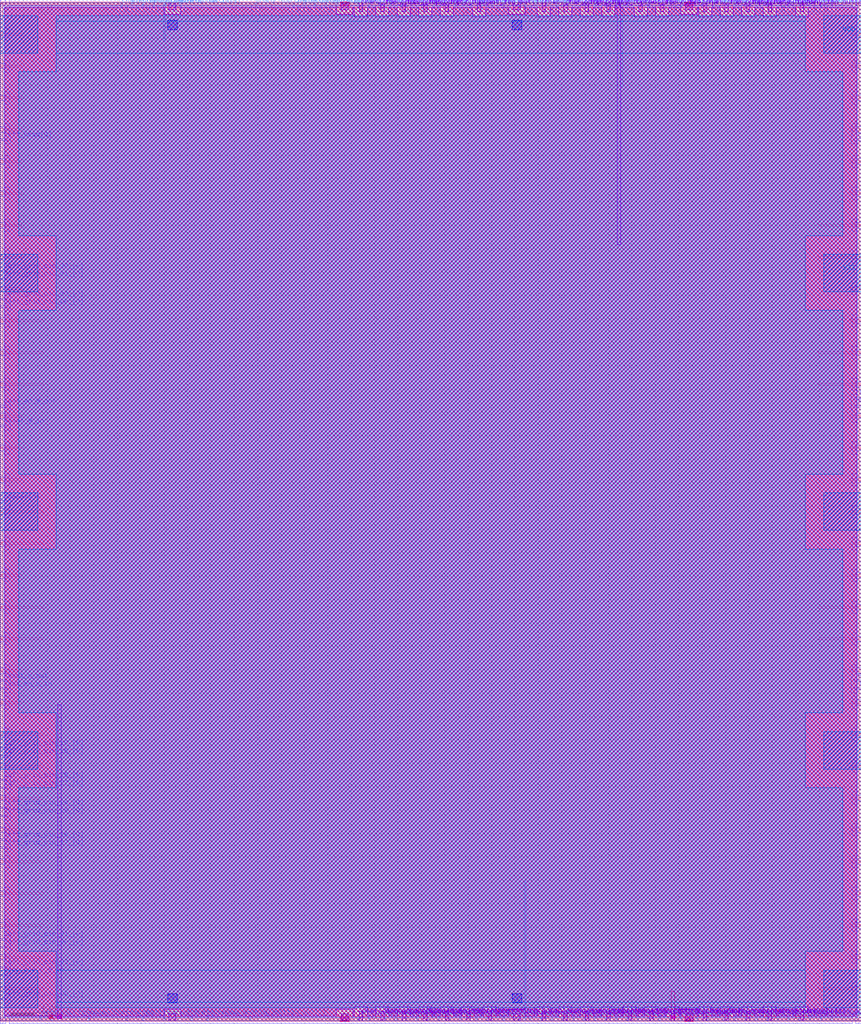
<source format=lef>
VERSION 5.7 ;
BUSBITCHARS "[]" ;

UNITS
  DATABASE MICRONS 1000 ;
END UNITS

MANUFACTURINGGRID 0.005 ;

LAYER li1
  TYPE ROUTING ;
  DIRECTION VERTICAL ;
  PITCH 0.46 ;
  WIDTH 0.17 ;
END li1

LAYER mcon
  TYPE CUT ;
END mcon

LAYER met1
  TYPE ROUTING ;
  DIRECTION HORIZONTAL ;
  PITCH 0.34 ;
  WIDTH 0.14 ;
END met1

LAYER via
  TYPE CUT ;
END via

LAYER met2
  TYPE ROUTING ;
  DIRECTION VERTICAL ;
  PITCH 0.46 ;
  WIDTH 0.14 ;
END met2

LAYER via2
  TYPE CUT ;
END via2

LAYER met3
  TYPE ROUTING ;
  DIRECTION HORIZONTAL ;
  PITCH 0.68 ;
  WIDTH 0.3 ;
END met3

LAYER via3
  TYPE CUT ;
END via3

LAYER met4
  TYPE ROUTING ;
  DIRECTION VERTICAL ;
  PITCH 0.92 ;
  WIDTH 0.3 ;
END met4

LAYER via4
  TYPE CUT ;
END via4

LAYER met5
  TYPE ROUTING ;
  DIRECTION HORIZONTAL ;
  PITCH 3.4 ;
  WIDTH 1.6 ;
END met5

LAYER nwell
  TYPE MASTERSLICE ;
END nwell

LAYER pwell
  TYPE MASTERSLICE ;
END pwell

LAYER OVERLAP
  TYPE OVERLAP ;
END OVERLAP

VIA L1M1_PR
  LAYER li1 ;
    RECT -0.085 -0.085 0.085 0.085 ;
  LAYER mcon ;
    RECT -0.085 -0.085 0.085 0.085 ;
  LAYER met1 ;
    RECT -0.145 -0.115 0.145 0.115 ;
END L1M1_PR

VIA L1M1_PR_R
  LAYER li1 ;
    RECT -0.085 -0.085 0.085 0.085 ;
  LAYER mcon ;
    RECT -0.085 -0.085 0.085 0.085 ;
  LAYER met1 ;
    RECT -0.115 -0.145 0.115 0.145 ;
END L1M1_PR_R

VIA L1M1_PR_M
  LAYER li1 ;
    RECT -0.085 -0.085 0.085 0.085 ;
  LAYER mcon ;
    RECT -0.085 -0.085 0.085 0.085 ;
  LAYER met1 ;
    RECT -0.115 -0.145 0.115 0.145 ;
END L1M1_PR_M

VIA L1M1_PR_MR
  LAYER li1 ;
    RECT -0.085 -0.085 0.085 0.085 ;
  LAYER mcon ;
    RECT -0.085 -0.085 0.085 0.085 ;
  LAYER met1 ;
    RECT -0.145 -0.115 0.145 0.115 ;
END L1M1_PR_MR

VIA L1M1_PR_C
  LAYER li1 ;
    RECT -0.085 -0.085 0.085 0.085 ;
  LAYER mcon ;
    RECT -0.085 -0.085 0.085 0.085 ;
  LAYER met1 ;
    RECT -0.145 -0.145 0.145 0.145 ;
END L1M1_PR_C

VIA M1M2_PR
  LAYER met1 ;
    RECT -0.16 -0.13 0.16 0.13 ;
  LAYER via ;
    RECT -0.075 -0.075 0.075 0.075 ;
  LAYER met2 ;
    RECT -0.13 -0.16 0.13 0.16 ;
END M1M2_PR

VIA M1M2_PR_Enc
  LAYER met1 ;
    RECT -0.16 -0.13 0.16 0.13 ;
  LAYER via ;
    RECT -0.075 -0.075 0.075 0.075 ;
  LAYER met2 ;
    RECT -0.16 -0.13 0.16 0.13 ;
END M1M2_PR_Enc

VIA M1M2_PR_R
  LAYER met1 ;
    RECT -0.13 -0.16 0.13 0.16 ;
  LAYER via ;
    RECT -0.075 -0.075 0.075 0.075 ;
  LAYER met2 ;
    RECT -0.16 -0.13 0.16 0.13 ;
END M1M2_PR_R

VIA M1M2_PR_R_Enc
  LAYER met1 ;
    RECT -0.13 -0.16 0.13 0.16 ;
  LAYER via ;
    RECT -0.075 -0.075 0.075 0.075 ;
  LAYER met2 ;
    RECT -0.13 -0.16 0.13 0.16 ;
END M1M2_PR_R_Enc

VIA M1M2_PR_M
  LAYER met1 ;
    RECT -0.16 -0.13 0.16 0.13 ;
  LAYER via ;
    RECT -0.075 -0.075 0.075 0.075 ;
  LAYER met2 ;
    RECT -0.16 -0.13 0.16 0.13 ;
END M1M2_PR_M

VIA M1M2_PR_M_Enc
  LAYER met1 ;
    RECT -0.16 -0.13 0.16 0.13 ;
  LAYER via ;
    RECT -0.075 -0.075 0.075 0.075 ;
  LAYER met2 ;
    RECT -0.13 -0.16 0.13 0.16 ;
END M1M2_PR_M_Enc

VIA M1M2_PR_MR
  LAYER met1 ;
    RECT -0.13 -0.16 0.13 0.16 ;
  LAYER via ;
    RECT -0.075 -0.075 0.075 0.075 ;
  LAYER met2 ;
    RECT -0.13 -0.16 0.13 0.16 ;
END M1M2_PR_MR

VIA M1M2_PR_MR_Enc
  LAYER met1 ;
    RECT -0.13 -0.16 0.13 0.16 ;
  LAYER via ;
    RECT -0.075 -0.075 0.075 0.075 ;
  LAYER met2 ;
    RECT -0.16 -0.13 0.16 0.13 ;
END M1M2_PR_MR_Enc

VIA M1M2_PR_C
  LAYER met1 ;
    RECT -0.16 -0.16 0.16 0.16 ;
  LAYER via ;
    RECT -0.075 -0.075 0.075 0.075 ;
  LAYER met2 ;
    RECT -0.16 -0.16 0.16 0.16 ;
END M1M2_PR_C

VIA M2M3_PR
  LAYER met2 ;
    RECT -0.14 -0.185 0.14 0.185 ;
  LAYER via2 ;
    RECT -0.1 -0.1 0.1 0.1 ;
  LAYER met3 ;
    RECT -0.165 -0.165 0.165 0.165 ;
END M2M3_PR

VIA M2M3_PR_R
  LAYER met2 ;
    RECT -0.185 -0.14 0.185 0.14 ;
  LAYER via2 ;
    RECT -0.1 -0.1 0.1 0.1 ;
  LAYER met3 ;
    RECT -0.165 -0.165 0.165 0.165 ;
END M2M3_PR_R

VIA M2M3_PR_M
  LAYER met2 ;
    RECT -0.14 -0.185 0.14 0.185 ;
  LAYER via2 ;
    RECT -0.1 -0.1 0.1 0.1 ;
  LAYER met3 ;
    RECT -0.165 -0.165 0.165 0.165 ;
END M2M3_PR_M

VIA M2M3_PR_MR
  LAYER met2 ;
    RECT -0.185 -0.14 0.185 0.14 ;
  LAYER via2 ;
    RECT -0.1 -0.1 0.1 0.1 ;
  LAYER met3 ;
    RECT -0.165 -0.165 0.165 0.165 ;
END M2M3_PR_MR

VIA M2M3_PR_C
  LAYER met2 ;
    RECT -0.185 -0.185 0.185 0.185 ;
  LAYER via2 ;
    RECT -0.1 -0.1 0.1 0.1 ;
  LAYER met3 ;
    RECT -0.165 -0.165 0.165 0.165 ;
END M2M3_PR_C

VIA M3M4_PR
  LAYER met3 ;
    RECT -0.19 -0.16 0.19 0.16 ;
  LAYER via3 ;
    RECT -0.1 -0.1 0.1 0.1 ;
  LAYER met4 ;
    RECT -0.165 -0.165 0.165 0.165 ;
END M3M4_PR

VIA M3M4_PR_R
  LAYER met3 ;
    RECT -0.16 -0.19 0.16 0.19 ;
  LAYER via3 ;
    RECT -0.1 -0.1 0.1 0.1 ;
  LAYER met4 ;
    RECT -0.165 -0.165 0.165 0.165 ;
END M3M4_PR_R

VIA M3M4_PR_M
  LAYER met3 ;
    RECT -0.19 -0.16 0.19 0.16 ;
  LAYER via3 ;
    RECT -0.1 -0.1 0.1 0.1 ;
  LAYER met4 ;
    RECT -0.165 -0.165 0.165 0.165 ;
END M3M4_PR_M

VIA M3M4_PR_MR
  LAYER met3 ;
    RECT -0.16 -0.19 0.16 0.19 ;
  LAYER via3 ;
    RECT -0.1 -0.1 0.1 0.1 ;
  LAYER met4 ;
    RECT -0.165 -0.165 0.165 0.165 ;
END M3M4_PR_MR

VIA M3M4_PR_C
  LAYER met3 ;
    RECT -0.19 -0.19 0.19 0.19 ;
  LAYER via3 ;
    RECT -0.1 -0.1 0.1 0.1 ;
  LAYER met4 ;
    RECT -0.165 -0.165 0.165 0.165 ;
END M3M4_PR_C

VIA M4M5_PR
  LAYER met4 ;
    RECT -0.59 -0.59 0.59 0.59 ;
  LAYER via4 ;
    RECT -0.4 -0.4 0.4 0.4 ;
  LAYER met5 ;
    RECT -0.71 -0.71 0.71 0.71 ;
END M4M5_PR

VIA M4M5_PR_R
  LAYER met4 ;
    RECT -0.59 -0.59 0.59 0.59 ;
  LAYER via4 ;
    RECT -0.4 -0.4 0.4 0.4 ;
  LAYER met5 ;
    RECT -0.71 -0.71 0.71 0.71 ;
END M4M5_PR_R

VIA M4M5_PR_M
  LAYER met4 ;
    RECT -0.59 -0.59 0.59 0.59 ;
  LAYER via4 ;
    RECT -0.4 -0.4 0.4 0.4 ;
  LAYER met5 ;
    RECT -0.71 -0.71 0.71 0.71 ;
END M4M5_PR_M

VIA M4M5_PR_MR
  LAYER met4 ;
    RECT -0.59 -0.59 0.59 0.59 ;
  LAYER via4 ;
    RECT -0.4 -0.4 0.4 0.4 ;
  LAYER met5 ;
    RECT -0.71 -0.71 0.71 0.71 ;
END M4M5_PR_MR

VIA M4M5_PR_C
  LAYER met4 ;
    RECT -0.59 -0.59 0.59 0.59 ;
  LAYER via4 ;
    RECT -0.4 -0.4 0.4 0.4 ;
  LAYER met5 ;
    RECT -0.71 -0.71 0.71 0.71 ;
END M4M5_PR_C

SITE unit
  CLASS CORE ;
  SYMMETRY Y ;
  SIZE 0.46 BY 2.72 ;
END unit

SITE unithddbl
  CLASS CORE ;
  SIZE 0.46 BY 5.44 ;
END unithddbl

MACRO cby_1__1_
  CLASS BLOCK ;
  ORIGIN 0 0 ;
  SIZE 73.6 BY 87.04 ;
  SYMMETRY X Y ;
  PIN pReset[0]
    DIRECTION INPUT ;
    USE SIGNAL ;
    PORT
      LAYER met1 ;
        RECT 0 44.3 0.595 44.44 ;
    END
  END pReset[0]
  PIN chany_bottom_in[0]
    DIRECTION INPUT ;
    USE SIGNAL ;
    PORT
      LAYER met2 ;
        RECT 50.76 0 50.9 0.485 ;
    END
  END chany_bottom_in[0]
  PIN chany_bottom_in[1]
    DIRECTION INPUT ;
    USE SIGNAL ;
    PORT
      LAYER met2 ;
        RECT 49.84 0 49.98 0.485 ;
    END
  END chany_bottom_in[1]
  PIN chany_bottom_in[2]
    DIRECTION INPUT ;
    USE SIGNAL ;
    PORT
      LAYER met2 ;
        RECT 12.12 0 12.26 0.485 ;
    END
  END chany_bottom_in[2]
  PIN chany_bottom_in[3]
    DIRECTION INPUT ;
    USE SIGNAL ;
    PORT
      LAYER met2 ;
        RECT 56.28 0 56.42 0.485 ;
    END
  END chany_bottom_in[3]
  PIN chany_bottom_in[4]
    DIRECTION INPUT ;
    USE SIGNAL ;
    PORT
      LAYER met2 ;
        RECT 41.56 0 41.7 0.485 ;
    END
  END chany_bottom_in[4]
  PIN chany_bottom_in[5]
    DIRECTION INPUT ;
    USE SIGNAL ;
    PORT
      LAYER met2 ;
        RECT 10.74 0 10.88 0.485 ;
    END
  END chany_bottom_in[5]
  PIN chany_bottom_in[6]
    DIRECTION INPUT ;
    USE SIGNAL ;
    PORT
      LAYER met2 ;
        RECT 53.52 0 53.66 0.485 ;
    END
  END chany_bottom_in[6]
  PIN chany_bottom_in[7]
    DIRECTION INPUT ;
    USE SIGNAL ;
    PORT
      LAYER met2 ;
        RECT 42.94 0 43.08 0.485 ;
    END
  END chany_bottom_in[7]
  PIN chany_bottom_in[8]
    DIRECTION INPUT ;
    USE SIGNAL ;
    PORT
      LAYER met2 ;
        RECT 45.24 0 45.38 0.485 ;
    END
  END chany_bottom_in[8]
  PIN chany_bottom_in[9]
    DIRECTION INPUT ;
    USE SIGNAL ;
    PORT
      LAYER met2 ;
        RECT 32.82 0 32.96 0.485 ;
    END
  END chany_bottom_in[9]
  PIN chany_bottom_in[10]
    DIRECTION INPUT ;
    USE SIGNAL ;
    PORT
      LAYER met2 ;
        RECT 31.44 0 31.58 0.485 ;
    END
  END chany_bottom_in[10]
  PIN chany_bottom_in[11]
    DIRECTION INPUT ;
    USE SIGNAL ;
    PORT
      LAYER met2 ;
        RECT 18.56 0 18.7 0.485 ;
    END
  END chany_bottom_in[11]
  PIN chany_bottom_in[12]
    DIRECTION INPUT ;
    USE SIGNAL ;
    PORT
      LAYER met2 ;
        RECT 38.34 0 38.48 0.485 ;
    END
  END chany_bottom_in[12]
  PIN chany_bottom_in[13]
    DIRECTION INPUT ;
    USE SIGNAL ;
    PORT
      LAYER met2 ;
        RECT 48 0 48.14 0.485 ;
    END
  END chany_bottom_in[13]
  PIN chany_bottom_in[14]
    DIRECTION INPUT ;
    USE SIGNAL ;
    PORT
      LAYER met2 ;
        RECT 13.96 0 14.1 0.485 ;
    END
  END chany_bottom_in[14]
  PIN chany_bottom_in[15]
    DIRECTION INPUT ;
    USE SIGNAL ;
    PORT
      LAYER met2 ;
        RECT 71 0 71.14 0.485 ;
    END
  END chany_bottom_in[15]
  PIN chany_bottom_in[16]
    DIRECTION INPUT ;
    USE SIGNAL ;
    PORT
      LAYER met2 ;
        RECT 48.92 0 49.06 0.485 ;
    END
  END chany_bottom_in[16]
  PIN chany_bottom_in[17]
    DIRECTION INPUT ;
    USE SIGNAL ;
    PORT
      LAYER met2 ;
        RECT 16.26 0 16.4 0.485 ;
    END
  END chany_bottom_in[17]
  PIN chany_bottom_in[18]
    DIRECTION INPUT ;
    USE SIGNAL ;
    PORT
      LAYER met2 ;
        RECT 36.5 0 36.64 0.485 ;
    END
  END chany_bottom_in[18]
  PIN chany_bottom_in[19]
    DIRECTION INPUT ;
    USE SIGNAL ;
    PORT
      LAYER met4 ;
        RECT 41.71 0 42.01 0.8 ;
    END
  END chany_bottom_in[19]
  PIN chany_bottom_in[20]
    DIRECTION INPUT ;
    USE SIGNAL ;
    PORT
      LAYER met2 ;
        RECT 17.64 0 17.78 0.485 ;
    END
  END chany_bottom_in[20]
  PIN chany_bottom_in[21]
    DIRECTION INPUT ;
    USE SIGNAL ;
    PORT
      LAYER met2 ;
        RECT 62.72 0 62.86 0.485 ;
    END
  END chany_bottom_in[21]
  PIN chany_bottom_in[22]
    DIRECTION INPUT ;
    USE SIGNAL ;
    PORT
      LAYER met2 ;
        RECT 30.52 0 30.66 0.485 ;
    END
  END chany_bottom_in[22]
  PIN chany_bottom_in[23]
    DIRECTION INPUT ;
    USE SIGNAL ;
    PORT
      LAYER met2 ;
        RECT 7.52 0 7.66 0.485 ;
    END
  END chany_bottom_in[23]
  PIN chany_bottom_in[24]
    DIRECTION INPUT ;
    USE SIGNAL ;
    PORT
      LAYER met2 ;
        RECT 46.16 0 46.3 0.485 ;
    END
  END chany_bottom_in[24]
  PIN chany_bottom_in[25]
    DIRECTION INPUT ;
    USE SIGNAL ;
    PORT
      LAYER met2 ;
        RECT 37.42 0 37.56 0.485 ;
    END
  END chany_bottom_in[25]
  PIN chany_bottom_in[26]
    DIRECTION INPUT ;
    USE SIGNAL ;
    PORT
      LAYER met2 ;
        RECT 6.6 0 6.74 0.485 ;
    END
  END chany_bottom_in[26]
  PIN chany_bottom_in[27]
    DIRECTION INPUT ;
    USE SIGNAL ;
    PORT
      LAYER met2 ;
        RECT 34.66 0 34.8 0.485 ;
    END
  END chany_bottom_in[27]
  PIN chany_bottom_in[28]
    DIRECTION INPUT ;
    USE SIGNAL ;
    PORT
      LAYER met2 ;
        RECT 39.26 0 39.4 0.485 ;
    END
  END chany_bottom_in[28]
  PIN chany_bottom_in[29]
    DIRECTION INPUT ;
    USE SIGNAL ;
    PORT
      LAYER met2 ;
        RECT 33.74 0 33.88 0.485 ;
    END
  END chany_bottom_in[29]
  PIN chany_top_in[0]
    DIRECTION INPUT ;
    USE SIGNAL ;
    PORT
      LAYER met2 ;
        RECT 44.78 86.555 44.92 87.04 ;
    END
  END chany_top_in[0]
  PIN chany_top_in[1]
    DIRECTION INPUT ;
    USE SIGNAL ;
    PORT
      LAYER met2 ;
        RECT 15.34 86.555 15.48 87.04 ;
    END
  END chany_top_in[1]
  PIN chany_top_in[2]
    DIRECTION INPUT ;
    USE SIGNAL ;
    PORT
      LAYER met2 ;
        RECT 12.12 86.555 12.26 87.04 ;
    END
  END chany_top_in[2]
  PIN chany_top_in[3]
    DIRECTION INPUT ;
    USE SIGNAL ;
    PORT
      LAYER met2 ;
        RECT 42.02 86.555 42.16 87.04 ;
    END
  END chany_top_in[3]
  PIN chany_top_in[4]
    DIRECTION INPUT ;
    USE SIGNAL ;
    PORT
      LAYER met4 ;
        RECT 56.43 86.24 56.73 87.04 ;
    END
  END chany_top_in[4]
  PIN chany_top_in[5]
    DIRECTION INPUT ;
    USE SIGNAL ;
    PORT
      LAYER met2 ;
        RECT 11.2 86.555 11.34 87.04 ;
    END
  END chany_top_in[5]
  PIN chany_top_in[6]
    DIRECTION INPUT ;
    USE SIGNAL ;
    PORT
      LAYER met2 ;
        RECT 21.78 86.555 21.92 87.04 ;
    END
  END chany_top_in[6]
  PIN chany_top_in[7]
    DIRECTION INPUT ;
    USE SIGNAL ;
    PORT
      LAYER met2 ;
        RECT 71 86.555 71.14 87.04 ;
    END
  END chany_top_in[7]
  PIN chany_top_in[8]
    DIRECTION INPUT ;
    USE SIGNAL ;
    PORT
      LAYER met2 ;
        RECT 10.28 86.555 10.42 87.04 ;
    END
  END chany_top_in[8]
  PIN chany_top_in[9]
    DIRECTION INPUT ;
    USE SIGNAL ;
    PORT
      LAYER met2 ;
        RECT 43.86 86.555 44 87.04 ;
    END
  END chany_top_in[9]
  PIN chany_top_in[10]
    DIRECTION INPUT ;
    USE SIGNAL ;
    PORT
      LAYER met2 ;
        RECT 46.62 86.555 46.76 87.04 ;
    END
  END chany_top_in[10]
  PIN chany_top_in[11]
    DIRECTION INPUT ;
    USE SIGNAL ;
    PORT
      LAYER met2 ;
        RECT 56.28 86.555 56.42 87.04 ;
    END
  END chany_top_in[11]
  PIN chany_top_in[12]
    DIRECTION INPUT ;
    USE SIGNAL ;
    PORT
      LAYER met2 ;
        RECT 32.36 86.555 32.5 87.04 ;
    END
  END chany_top_in[12]
  PIN chany_top_in[13]
    DIRECTION INPUT ;
    USE SIGNAL ;
    PORT
      LAYER met4 ;
        RECT 65.63 86.24 65.93 87.04 ;
    END
  END chany_top_in[13]
  PIN chany_top_in[14]
    DIRECTION INPUT ;
    USE SIGNAL ;
    PORT
      LAYER met2 ;
        RECT 34.2 86.555 34.34 87.04 ;
    END
  END chany_top_in[14]
  PIN chany_top_in[15]
    DIRECTION INPUT ;
    USE SIGNAL ;
    PORT
      LAYER met2 ;
        RECT 26.84 86.555 26.98 87.04 ;
    END
  END chany_top_in[15]
  PIN chany_top_in[16]
    DIRECTION INPUT ;
    USE SIGNAL ;
    PORT
      LAYER met2 ;
        RECT 61.8 86.555 61.94 87.04 ;
    END
  END chany_top_in[16]
  PIN chany_top_in[17]
    DIRECTION INPUT ;
    USE SIGNAL ;
    PORT
      LAYER met4 ;
        RECT 30.67 86.24 30.97 87.04 ;
    END
  END chany_top_in[17]
  PIN chany_top_in[18]
    DIRECTION INPUT ;
    USE SIGNAL ;
    PORT
      LAYER met2 ;
        RECT 33.28 86.555 33.42 87.04 ;
    END
  END chany_top_in[18]
  PIN chany_top_in[19]
    DIRECTION INPUT ;
    USE SIGNAL ;
    PORT
      LAYER met2 ;
        RECT 36.04 86.555 36.18 87.04 ;
    END
  END chany_top_in[19]
  PIN chany_top_in[20]
    DIRECTION INPUT ;
    USE SIGNAL ;
    PORT
      LAYER met2 ;
        RECT 45.7 86.555 45.84 87.04 ;
    END
  END chany_top_in[20]
  PIN chany_top_in[21]
    DIRECTION INPUT ;
    USE SIGNAL ;
    PORT
      LAYER met2 ;
        RECT 42.94 86.555 43.08 87.04 ;
    END
  END chany_top_in[21]
  PIN chany_top_in[22]
    DIRECTION INPUT ;
    USE SIGNAL ;
    PORT
      LAYER met2 ;
        RECT 54.44 86.555 54.58 87.04 ;
    END
  END chany_top_in[22]
  PIN chany_top_in[23]
    DIRECTION INPUT ;
    USE SIGNAL ;
    PORT
      LAYER met2 ;
        RECT 31.44 86.555 31.58 87.04 ;
    END
  END chany_top_in[23]
  PIN chany_top_in[24]
    DIRECTION INPUT ;
    USE SIGNAL ;
    PORT
      LAYER met2 ;
        RECT 25.92 86.555 26.06 87.04 ;
    END
  END chany_top_in[24]
  PIN chany_top_in[25]
    DIRECTION INPUT ;
    USE SIGNAL ;
    PORT
      LAYER met2 ;
        RECT 36.96 86.555 37.1 87.04 ;
    END
  END chany_top_in[25]
  PIN chany_top_in[26]
    DIRECTION INPUT ;
    USE SIGNAL ;
    PORT
      LAYER met2 ;
        RECT 58.12 86.555 58.26 87.04 ;
    END
  END chany_top_in[26]
  PIN chany_top_in[27]
    DIRECTION INPUT ;
    USE SIGNAL ;
    PORT
      LAYER met2 ;
        RECT 49.84 86.555 49.98 87.04 ;
    END
  END chany_top_in[27]
  PIN chany_top_in[28]
    DIRECTION INPUT ;
    USE SIGNAL ;
    PORT
      LAYER met2 ;
        RECT 47.54 86.555 47.68 87.04 ;
    END
  END chany_top_in[28]
  PIN chany_top_in[29]
    DIRECTION INPUT ;
    USE SIGNAL ;
    PORT
      LAYER met2 ;
        RECT 59.96 86.555 60.1 87.04 ;
    END
  END chany_top_in[29]
  PIN ccff_head[0]
    DIRECTION INPUT ;
    USE SIGNAL ;
    PORT
      LAYER met1 ;
        RECT 0 75.24 0.595 75.38 ;
    END
  END ccff_head[0]
  PIN chany_bottom_out[0]
    DIRECTION OUTPUT ;
    USE SIGNAL ;
    PORT
      LAYER met4 ;
        RECT 68.39 0 68.69 0.8 ;
    END
  END chany_bottom_out[0]
  PIN chany_bottom_out[1]
    DIRECTION OUTPUT ;
    USE SIGNAL ;
    PORT
      LAYER met4 ;
        RECT 57.35 0 57.65 0.8 ;
    END
  END chany_bottom_out[1]
  PIN chany_bottom_out[2]
    DIRECTION OUTPUT ;
    USE SIGNAL ;
    PORT
      LAYER met2 ;
        RECT 21.32 0 21.46 0.485 ;
    END
  END chany_bottom_out[2]
  PIN chany_bottom_out[3]
    DIRECTION OUTPUT ;
    USE SIGNAL ;
    PORT
      LAYER met4 ;
        RECT 65.63 0 65.93 0.8 ;
    END
  END chany_bottom_out[3]
  PIN chany_bottom_out[4]
    DIRECTION OUTPUT ;
    USE SIGNAL ;
    PORT
      LAYER met4 ;
        RECT 39.87 0 40.17 0.8 ;
    END
  END chany_bottom_out[4]
  PIN chany_bottom_out[5]
    DIRECTION OUTPUT ;
    USE SIGNAL ;
    PORT
      LAYER met4 ;
        RECT 30.67 0 30.97 0.8 ;
    END
  END chany_bottom_out[5]
  PIN chany_bottom_out[6]
    DIRECTION OUTPUT ;
    USE SIGNAL ;
    PORT
      LAYER met4 ;
        RECT 53.67 0 53.97 0.8 ;
    END
  END chany_bottom_out[6]
  PIN chany_bottom_out[7]
    DIRECTION OUTPUT ;
    USE SIGNAL ;
    PORT
      LAYER met2 ;
        RECT 57.2 0 57.34 0.485 ;
    END
  END chany_bottom_out[7]
  PIN chany_bottom_out[8]
    DIRECTION OUTPUT ;
    USE SIGNAL ;
    PORT
      LAYER met4 ;
        RECT 61.95 0 62.25 0.8 ;
    END
  END chany_bottom_out[8]
  PIN chany_bottom_out[9]
    DIRECTION OUTPUT ;
    USE SIGNAL ;
    PORT
      LAYER met2 ;
        RECT 54.44 0 54.58 0.485 ;
    END
  END chany_bottom_out[9]
  PIN chany_bottom_out[10]
    DIRECTION OUTPUT ;
    USE SIGNAL ;
    PORT
      LAYER met2 ;
        RECT 55.36 0 55.5 0.485 ;
    END
  END chany_bottom_out[10]
  PIN chany_bottom_out[11]
    DIRECTION OUTPUT ;
    USE SIGNAL ;
    PORT
      LAYER met2 ;
        RECT 51.68 0 51.82 0.485 ;
    END
  END chany_bottom_out[11]
  PIN chany_bottom_out[12]
    DIRECTION OUTPUT ;
    USE SIGNAL ;
    PORT
      LAYER met4 ;
        RECT 36.19 0 36.49 0.8 ;
    END
  END chany_bottom_out[12]
  PIN chany_bottom_out[13]
    DIRECTION OUTPUT ;
    USE SIGNAL ;
    PORT
      LAYER met4 ;
        RECT 51.83 0 52.13 0.8 ;
    END
  END chany_bottom_out[13]
  PIN chany_bottom_out[14]
    DIRECTION OUTPUT ;
    USE SIGNAL ;
    PORT
      LAYER met4 ;
        RECT 60.11 0 60.41 0.8 ;
    END
  END chany_bottom_out[14]
  PIN chany_bottom_out[15]
    DIRECTION OUTPUT ;
    USE SIGNAL ;
    PORT
      LAYER met4 ;
        RECT 49.99 0 50.29 0.8 ;
    END
  END chany_bottom_out[15]
  PIN chany_bottom_out[16]
    DIRECTION OUTPUT ;
    USE SIGNAL ;
    PORT
      LAYER met2 ;
        RECT 69.16 0 69.3 0.485 ;
    END
  END chany_bottom_out[16]
  PIN chany_bottom_out[17]
    DIRECTION OUTPUT ;
    USE SIGNAL ;
    PORT
      LAYER met2 ;
        RECT 35.58 0 35.72 0.485 ;
    END
  END chany_bottom_out[17]
  PIN chany_bottom_out[18]
    DIRECTION OUTPUT ;
    USE SIGNAL ;
    PORT
      LAYER met2 ;
        RECT 64.56 0 64.7 0.485 ;
    END
  END chany_bottom_out[18]
  PIN chany_bottom_out[19]
    DIRECTION OUTPUT ;
    USE SIGNAL ;
    PORT
      LAYER met4 ;
        RECT 48.15 0 48.45 0.8 ;
    END
  END chany_bottom_out[19]
  PIN chany_bottom_out[20]
    DIRECTION OUTPUT ;
    USE SIGNAL ;
    PORT
      LAYER met4 ;
        RECT 38.03 0 38.33 0.8 ;
    END
  END chany_bottom_out[20]
  PIN chany_bottom_out[21]
    DIRECTION OUTPUT ;
    USE SIGNAL ;
    PORT
      LAYER met4 ;
        RECT 32.51 0 32.81 0.8 ;
    END
  END chany_bottom_out[21]
  PIN chany_bottom_out[22]
    DIRECTION OUTPUT ;
    USE SIGNAL ;
    PORT
      LAYER met2 ;
        RECT 70.08 0 70.22 0.485 ;
    END
  END chany_bottom_out[22]
  PIN chany_bottom_out[23]
    DIRECTION OUTPUT ;
    USE SIGNAL ;
    PORT
      LAYER met2 ;
        RECT 47.08 0 47.22 0.485 ;
    END
  END chany_bottom_out[23]
  PIN chany_bottom_out[24]
    DIRECTION OUTPUT ;
    USE SIGNAL ;
    PORT
      LAYER met4 ;
        RECT 46.31 0 46.61 0.8 ;
    END
  END chany_bottom_out[24]
  PIN chany_bottom_out[25]
    DIRECTION OUTPUT ;
    USE SIGNAL ;
    PORT
      LAYER met4 ;
        RECT 34.35 0 34.65 0.8 ;
    END
  END chany_bottom_out[25]
  PIN chany_bottom_out[26]
    DIRECTION OUTPUT ;
    USE SIGNAL ;
    PORT
      LAYER met4 ;
        RECT 63.79 0 64.09 0.8 ;
    END
  END chany_bottom_out[26]
  PIN chany_bottom_out[27]
    DIRECTION OUTPUT ;
    USE SIGNAL ;
    PORT
      LAYER met2 ;
        RECT 63.64 0 63.78 0.485 ;
    END
  END chany_bottom_out[27]
  PIN chany_bottom_out[28]
    DIRECTION OUTPUT ;
    USE SIGNAL ;
    PORT
      LAYER met4 ;
        RECT 55.51 0 55.81 0.8 ;
    END
  END chany_bottom_out[28]
  PIN chany_bottom_out[29]
    DIRECTION OUTPUT ;
    USE SIGNAL ;
    PORT
      LAYER met2 ;
        RECT 59.5 0 59.64 0.485 ;
    END
  END chany_bottom_out[29]
  PIN chany_top_out[0]
    DIRECTION OUTPUT ;
    USE SIGNAL ;
    PORT
      LAYER met4 ;
        RECT 51.83 86.24 52.13 87.04 ;
    END
  END chany_top_out[0]
  PIN chany_top_out[1]
    DIRECTION OUTPUT ;
    USE SIGNAL ;
    PORT
      LAYER met2 ;
        RECT 25 86.555 25.14 87.04 ;
    END
  END chany_top_out[1]
  PIN chany_top_out[2]
    DIRECTION OUTPUT ;
    USE SIGNAL ;
    PORT
      LAYER met4 ;
        RECT 38.03 86.24 38.33 87.04 ;
    END
  END chany_top_out[2]
  PIN chany_top_out[3]
    DIRECTION OUTPUT ;
    USE SIGNAL ;
    PORT
      LAYER met2 ;
        RECT 63.64 86.555 63.78 87.04 ;
    END
  END chany_top_out[3]
  PIN chany_top_out[4]
    DIRECTION OUTPUT ;
    USE SIGNAL ;
    PORT
      LAYER met4 ;
        RECT 49.99 86.24 50.29 87.04 ;
    END
  END chany_top_out[4]
  PIN chany_top_out[5]
    DIRECTION OUTPUT ;
    USE SIGNAL ;
    PORT
      LAYER met4 ;
        RECT 68.39 86.24 68.69 87.04 ;
    END
  END chany_top_out[5]
  PIN chany_top_out[6]
    DIRECTION OUTPUT ;
    USE SIGNAL ;
    PORT
      LAYER met2 ;
        RECT 48.46 86.555 48.6 87.04 ;
    END
  END chany_top_out[6]
  PIN chany_top_out[7]
    DIRECTION OUTPUT ;
    USE SIGNAL ;
    PORT
      LAYER met4 ;
        RECT 36.19 86.24 36.49 87.04 ;
    END
  END chany_top_out[7]
  PIN chany_top_out[8]
    DIRECTION OUTPUT ;
    USE SIGNAL ;
    PORT
      LAYER met4 ;
        RECT 46.31 86.24 46.61 87.04 ;
    END
  END chany_top_out[8]
  PIN chany_top_out[9]
    DIRECTION OUTPUT ;
    USE SIGNAL ;
    PORT
      LAYER met4 ;
        RECT 54.59 86.24 54.89 87.04 ;
    END
  END chany_top_out[9]
  PIN chany_top_out[10]
    DIRECTION OUTPUT ;
    USE SIGNAL ;
    PORT
      LAYER met4 ;
        RECT 61.95 86.24 62.25 87.04 ;
    END
  END chany_top_out[10]
  PIN chany_top_out[11]
    DIRECTION OUTPUT ;
    USE SIGNAL ;
    PORT
      LAYER met2 ;
        RECT 27.76 86.555 27.9 87.04 ;
    END
  END chany_top_out[11]
  PIN chany_top_out[12]
    DIRECTION OUTPUT ;
    USE SIGNAL ;
    PORT
      LAYER met2 ;
        RECT 62.72 86.555 62.86 87.04 ;
    END
  END chany_top_out[12]
  PIN chany_top_out[13]
    DIRECTION OUTPUT ;
    USE SIGNAL ;
    PORT
      LAYER met4 ;
        RECT 40.79 86.24 41.09 87.04 ;
    END
  END chany_top_out[13]
  PIN chany_top_out[14]
    DIRECTION OUTPUT ;
    USE SIGNAL ;
    PORT
      LAYER met2 ;
        RECT 53.52 86.555 53.66 87.04 ;
    END
  END chany_top_out[14]
  PIN chany_top_out[15]
    DIRECTION OUTPUT ;
    USE SIGNAL ;
    PORT
      LAYER met2 ;
        RECT 69.16 86.555 69.3 87.04 ;
    END
  END chany_top_out[15]
  PIN chany_top_out[16]
    DIRECTION OUTPUT ;
    USE SIGNAL ;
    PORT
      LAYER met2 ;
        RECT 70.08 86.555 70.22 87.04 ;
    END
  END chany_top_out[16]
  PIN chany_top_out[17]
    DIRECTION OUTPUT ;
    USE SIGNAL ;
    PORT
      LAYER met4 ;
        RECT 34.35 86.24 34.65 87.04 ;
    END
  END chany_top_out[17]
  PIN chany_top_out[18]
    DIRECTION OUTPUT ;
    USE SIGNAL ;
    PORT
      LAYER met2 ;
        RECT 37.88 86.555 38.02 87.04 ;
    END
  END chany_top_out[18]
  PIN chany_top_out[19]
    DIRECTION OUTPUT ;
    USE SIGNAL ;
    PORT
      LAYER met2 ;
        RECT 55.36 86.555 55.5 87.04 ;
    END
  END chany_top_out[19]
  PIN chany_top_out[20]
    DIRECTION OUTPUT ;
    USE SIGNAL ;
    PORT
      LAYER met2 ;
        RECT 14.42 86.555 14.56 87.04 ;
    END
  END chany_top_out[20]
  PIN chany_top_out[21]
    DIRECTION OUTPUT ;
    USE SIGNAL ;
    PORT
      LAYER met4 ;
        RECT 32.51 86.24 32.81 87.04 ;
    END
  END chany_top_out[21]
  PIN chany_top_out[22]
    DIRECTION OUTPUT ;
    USE SIGNAL ;
    PORT
      LAYER met2 ;
        RECT 28.68 86.555 28.82 87.04 ;
    END
  END chany_top_out[22]
  PIN chany_top_out[23]
    DIRECTION OUTPUT ;
    USE SIGNAL ;
    PORT
      LAYER met2 ;
        RECT 35.12 86.555 35.26 87.04 ;
    END
  END chany_top_out[23]
  PIN chany_top_out[24]
    DIRECTION OUTPUT ;
    USE SIGNAL ;
    PORT
      LAYER met4 ;
        RECT 60.11 86.24 60.41 87.04 ;
    END
  END chany_top_out[24]
  PIN chany_top_out[25]
    DIRECTION OUTPUT ;
    USE SIGNAL ;
    PORT
      LAYER met2 ;
        RECT 57.2 86.555 57.34 87.04 ;
    END
  END chany_top_out[25]
  PIN chany_top_out[26]
    DIRECTION OUTPUT ;
    USE SIGNAL ;
    PORT
      LAYER met4 ;
        RECT 63.79 86.24 64.09 87.04 ;
    END
  END chany_top_out[26]
  PIN chany_top_out[27]
    DIRECTION OUTPUT ;
    USE SIGNAL ;
    PORT
      LAYER met2 ;
        RECT 60.88 86.555 61.02 87.04 ;
    END
  END chany_top_out[27]
  PIN chany_top_out[28]
    DIRECTION OUTPUT ;
    USE SIGNAL ;
    PORT
      LAYER met4 ;
        RECT 48.15 86.24 48.45 87.04 ;
    END
  END chany_top_out[28]
  PIN chany_top_out[29]
    DIRECTION OUTPUT ;
    USE SIGNAL ;
    PORT
      LAYER met2 ;
        RECT 38.8 86.555 38.94 87.04 ;
    END
  END chany_top_out[29]
  PIN left_grid_pin_16_[0]
    DIRECTION OUTPUT ;
    USE SIGNAL ;
    PORT
      LAYER met1 ;
        RECT 0 22.54 0.595 22.68 ;
    END
  END left_grid_pin_16_[0]
  PIN left_grid_pin_17_[0]
    DIRECTION OUTPUT ;
    USE SIGNAL ;
    PORT
      LAYER met1 ;
        RECT 0 14.72 0.595 14.86 ;
    END
  END left_grid_pin_17_[0]
  PIN left_grid_pin_18_[0]
    DIRECTION OUTPUT ;
    USE SIGNAL ;
    PORT
      LAYER met1 ;
        RECT 0 15.4 0.595 15.54 ;
    END
  END left_grid_pin_18_[0]
  PIN left_grid_pin_19_[0]
    DIRECTION OUTPUT ;
    USE SIGNAL ;
    PORT
      LAYER met1 ;
        RECT 0 23.22 0.595 23.36 ;
    END
  END left_grid_pin_19_[0]
  PIN left_grid_pin_20_[0]
    DIRECTION OUTPUT ;
    USE SIGNAL ;
    PORT
      LAYER met1 ;
        RECT 0 6.22 0.595 6.36 ;
    END
  END left_grid_pin_20_[0]
  PIN left_grid_pin_21_[0]
    DIRECTION OUTPUT ;
    USE SIGNAL ;
    PORT
      LAYER met1 ;
        RECT 0 6.9 0.595 7.04 ;
    END
  END left_grid_pin_21_[0]
  PIN left_grid_pin_22_[0]
    DIRECTION OUTPUT ;
    USE SIGNAL ;
    PORT
      LAYER met1 ;
        RECT 0 1.8 0.595 1.94 ;
    END
  END left_grid_pin_22_[0]
  PIN left_grid_pin_23_[0]
    DIRECTION OUTPUT ;
    USE SIGNAL ;
    PORT
      LAYER met1 ;
        RECT 0 4.52 0.595 4.66 ;
    END
  END left_grid_pin_23_[0]
  PIN left_grid_pin_24_[0]
    DIRECTION OUTPUT ;
    USE SIGNAL ;
    PORT
      LAYER met1 ;
        RECT 0 18.12 0.595 18.26 ;
    END
  END left_grid_pin_24_[0]
  PIN left_grid_pin_25_[0]
    DIRECTION OUTPUT ;
    USE SIGNAL ;
    PORT
      LAYER met1 ;
        RECT 0 17.44 0.595 17.58 ;
    END
  END left_grid_pin_25_[0]
  PIN left_grid_pin_26_[0]
    DIRECTION OUTPUT ;
    USE SIGNAL ;
    PORT
      LAYER met1 ;
        RECT 0 20.5 0.595 20.64 ;
    END
  END left_grid_pin_26_[0]
  PIN left_grid_pin_27_[0]
    DIRECTION OUTPUT ;
    USE SIGNAL ;
    PORT
      LAYER met1 ;
        RECT 0 19.82 0.595 19.96 ;
    END
  END left_grid_pin_27_[0]
  PIN left_grid_pin_28_[0]
    DIRECTION OUTPUT ;
    USE SIGNAL ;
    PORT
      LAYER met1 ;
        RECT 0 60.96 0.595 61.1 ;
    END
  END left_grid_pin_28_[0]
  PIN left_grid_pin_29_[0]
    DIRECTION OUTPUT ;
    USE SIGNAL ;
    PORT
      LAYER met1 ;
        RECT 0 64.02 0.595 64.16 ;
    END
  END left_grid_pin_29_[0]
  PIN left_grid_pin_30_[0]
    DIRECTION OUTPUT ;
    USE SIGNAL ;
    PORT
      LAYER met1 ;
        RECT 0 61.64 0.595 61.78 ;
    END
  END left_grid_pin_30_[0]
  PIN left_grid_pin_31_[0]
    DIRECTION OUTPUT ;
    USE SIGNAL ;
    PORT
      LAYER met1 ;
        RECT 0 63.34 0.595 63.48 ;
    END
  END left_grid_pin_31_[0]
  PIN ccff_tail[0]
    DIRECTION OUTPUT ;
    USE SIGNAL ;
    PORT
      LAYER met1 ;
        RECT 73.005 75.24 73.6 75.38 ;
    END
  END ccff_tail[0]
  PIN Test_en_S_in
    DIRECTION INPUT ;
    USE SIGNAL ;
    PORT
      LAYER met2 ;
        RECT 52.6 0 52.74 0.485 ;
    END
  END Test_en_S_in
  PIN Test_en_E_in
    DIRECTION INPUT ;
    USE SIGNAL ;
    PORT
      LAYER met1 ;
        RECT 73.005 28.32 73.6 28.46 ;
    END
  END Test_en_E_in
  PIN Test_en_W_in
    DIRECTION INPUT ;
    USE SIGNAL ;
    PORT
      LAYER met1 ;
        RECT 0 28.32 0.595 28.46 ;
    END
  END Test_en_W_in
  PIN Test_en_N_out
    DIRECTION OUTPUT ;
    USE SIGNAL ;
    PORT
      LAYER met2 ;
        RECT 50.76 86.555 50.9 87.04 ;
    END
  END Test_en_N_out
  PIN Test_en_W_out
    DIRECTION OUTPUT ;
    USE SIGNAL ;
    PORT
      LAYER met1 ;
        RECT 0 52.46 0.595 52.6 ;
    END
  END Test_en_W_out
  PIN Test_en_E_out
    DIRECTION OUTPUT ;
    USE SIGNAL ;
    PORT
      LAYER met1 ;
        RECT 73.005 53.14 73.6 53.28 ;
    END
  END Test_en_E_out
  PIN pReset_S_in
    DIRECTION INPUT ;
    USE SIGNAL ;
    PORT
      LAYER met2 ;
        RECT 4.3 0 4.44 0.485 ;
    END
  END pReset_S_in
  PIN pReset_N_out
    DIRECTION OUTPUT ;
    USE SIGNAL ;
    PORT
      LAYER met2 ;
        RECT 30.52 86.555 30.66 87.04 ;
    END
  END pReset_N_out
  PIN Reset_S_in
    DIRECTION INPUT ;
    USE SIGNAL ;
    PORT
      LAYER met2 ;
        RECT 44.32 0 44.46 0.485 ;
    END
  END Reset_S_in
  PIN Reset_E_in
    DIRECTION INPUT ;
    USE SIGNAL ;
    PORT
      LAYER met1 ;
        RECT 73.005 29 73.6 29.14 ;
    END
  END Reset_E_in
  PIN Reset_W_in
    DIRECTION INPUT ;
    USE SIGNAL ;
    PORT
      LAYER met1 ;
        RECT 0 50.76 0.595 50.9 ;
    END
  END Reset_W_in
  PIN Reset_N_out
    DIRECTION OUTPUT ;
    USE SIGNAL ;
    PORT
      LAYER met2 ;
        RECT 51.68 86.555 51.82 87.04 ;
    END
  END Reset_N_out
  PIN Reset_W_out
    DIRECTION OUTPUT ;
    USE SIGNAL ;
    PORT
      LAYER met1 ;
        RECT 0 29 0.595 29.14 ;
    END
  END Reset_W_out
  PIN Reset_E_out
    DIRECTION OUTPUT ;
    USE SIGNAL ;
    PORT
      LAYER met1 ;
        RECT 73.005 52.46 73.6 52.6 ;
    END
  END Reset_E_out
  PIN prog_clk_0_W_in
    DIRECTION INPUT ;
    USE CLOCK ;
    PORT
      LAYER met1 ;
        RECT 0 3.84 0.595 3.98 ;
    END
  END prog_clk_0_W_in
  PIN prog_clk_0_S_out
    DIRECTION OUTPUT ;
    USE CLOCK ;
    PORT
      LAYER met2 ;
        RECT 3.38 0 3.52 0.485 ;
    END
  END prog_clk_0_S_out
  PIN prog_clk_0_N_out
    DIRECTION OUTPUT ;
    USE CLOCK ;
    PORT
      LAYER met2 ;
        RECT 13.04 86.555 13.18 87.04 ;
    END
  END prog_clk_0_N_out
  PIN prog_clk_2_N_in
    DIRECTION INPUT ;
    USE SIGNAL ;
    PORT
      LAYER met2 ;
        RECT 64.56 86.555 64.7 87.04 ;
    END
  END prog_clk_2_N_in
  PIN prog_clk_2_S_in
    DIRECTION INPUT ;
    USE SIGNAL ;
    PORT
      LAYER met2 ;
        RECT 65.48 0 65.62 0.485 ;
    END
  END prog_clk_2_S_in
  PIN prog_clk_2_S_out
    DIRECTION OUTPUT ;
    USE SIGNAL ;
    PORT
      LAYER met2 ;
        RECT 40.64 0 40.78 0.485 ;
    END
  END prog_clk_2_S_out
  PIN prog_clk_2_N_out
    DIRECTION OUTPUT ;
    USE SIGNAL ;
    PORT
      LAYER met2 ;
        RECT 41.1 86.555 41.24 87.04 ;
    END
  END prog_clk_2_N_out
  PIN prog_clk_3_S_in
    DIRECTION INPUT ;
    USE SIGNAL ;
    PORT
      LAYER met2 ;
        RECT 60.42 0 60.56 0.485 ;
    END
  END prog_clk_3_S_in
  PIN prog_clk_3_N_in
    DIRECTION INPUT ;
    USE SIGNAL ;
    PORT
      LAYER met2 ;
        RECT 65.48 86.555 65.62 87.04 ;
    END
  END prog_clk_3_N_in
  PIN prog_clk_3_N_out
    DIRECTION OUTPUT ;
    USE SIGNAL ;
    PORT
      LAYER met2 ;
        RECT 66.4 86.555 66.54 87.04 ;
    END
  END prog_clk_3_N_out
  PIN prog_clk_3_S_out
    DIRECTION OUTPUT ;
    USE SIGNAL ;
    PORT
      LAYER met2 ;
        RECT 66.4 0 66.54 0.485 ;
    END
  END prog_clk_3_S_out
  PIN clk_2_N_in
    DIRECTION INPUT ;
    USE SIGNAL ;
    PORT
      LAYER met2 ;
        RECT 67.32 86.555 67.46 87.04 ;
    END
  END clk_2_N_in
  PIN clk_2_S_in
    DIRECTION INPUT ;
    USE SIGNAL ;
    PORT
      LAYER met2 ;
        RECT 67.32 0 67.46 0.485 ;
    END
  END clk_2_S_in
  PIN clk_2_S_out
    DIRECTION OUTPUT ;
    USE SIGNAL ;
    PORT
      LAYER met2 ;
        RECT 61.8 0 61.94 0.485 ;
    END
  END clk_2_S_out
  PIN clk_2_N_out
    DIRECTION OUTPUT ;
    USE SIGNAL ;
    PORT
      LAYER met2 ;
        RECT 40.18 86.555 40.32 87.04 ;
    END
  END clk_2_N_out
  PIN clk_3_S_in
    DIRECTION INPUT ;
    USE SIGNAL ;
    PORT
      LAYER met2 ;
        RECT 68.24 0 68.38 0.485 ;
    END
  END clk_3_S_in
  PIN clk_3_N_in
    DIRECTION INPUT ;
    USE SIGNAL ;
    PORT
      LAYER met2 ;
        RECT 68.24 86.555 68.38 87.04 ;
    END
  END clk_3_N_in
  PIN clk_3_N_out
    DIRECTION OUTPUT ;
    USE SIGNAL ;
    PORT
      LAYER met2 ;
        RECT 52.6 86.555 52.74 87.04 ;
    END
  END clk_3_N_out
  PIN clk_3_S_out
    DIRECTION OUTPUT ;
    USE SIGNAL ;
    PORT
      LAYER met2 ;
        RECT 58.12 0 58.26 0.485 ;
    END
  END clk_3_S_out
  PIN VDD
    DIRECTION INPUT ;
    USE POWER ;
    PORT
      LAYER met5 ;
        RECT 0 1.12 3.2 4.32 ;
        RECT 70.4 1.12 73.6 4.32 ;
        RECT 0 41.92 3.2 45.12 ;
        RECT 70.4 41.92 73.6 45.12 ;
        RECT 0 82.72 3.2 85.92 ;
        RECT 70.4 82.72 73.6 85.92 ;
      LAYER met4 ;
        RECT 14.42 0 15.02 0.6 ;
        RECT 43.86 0 44.46 0.6 ;
        RECT 14.42 86.44 15.02 87.04 ;
        RECT 43.86 86.44 44.46 87.04 ;
      LAYER met1 ;
        RECT 0 2.48 0.48 2.96 ;
        RECT 73.12 2.48 73.6 2.96 ;
        RECT 0 7.92 0.48 8.4 ;
        RECT 73.12 7.92 73.6 8.4 ;
        RECT 0 13.36 0.48 13.84 ;
        RECT 73.12 13.36 73.6 13.84 ;
        RECT 0 18.8 0.48 19.28 ;
        RECT 73.12 18.8 73.6 19.28 ;
        RECT 0 24.24 0.48 24.72 ;
        RECT 73.12 24.24 73.6 24.72 ;
        RECT 0 29.68 0.48 30.16 ;
        RECT 73.12 29.68 73.6 30.16 ;
        RECT 0 35.12 0.48 35.6 ;
        RECT 73.12 35.12 73.6 35.6 ;
        RECT 0 40.56 0.48 41.04 ;
        RECT 73.12 40.56 73.6 41.04 ;
        RECT 0 46 0.48 46.48 ;
        RECT 73.12 46 73.6 46.48 ;
        RECT 0 51.44 0.48 51.92 ;
        RECT 73.12 51.44 73.6 51.92 ;
        RECT 0 56.88 0.48 57.36 ;
        RECT 73.12 56.88 73.6 57.36 ;
        RECT 0 62.32 0.48 62.8 ;
        RECT 73.12 62.32 73.6 62.8 ;
        RECT 0 67.76 0.48 68.24 ;
        RECT 73.12 67.76 73.6 68.24 ;
        RECT 0 73.2 0.48 73.68 ;
        RECT 73.12 73.2 73.6 73.68 ;
        RECT 0 78.64 0.48 79.12 ;
        RECT 73.12 78.64 73.6 79.12 ;
        RECT 0 84.08 0.48 84.56 ;
        RECT 73.12 84.08 73.6 84.56 ;
    END
  END VDD
  PIN VSS
    DIRECTION INPUT ;
    USE GROUND ;
    PORT
      LAYER met5 ;
        RECT 0 21.52 3.2 24.72 ;
        RECT 70.4 21.52 73.6 24.72 ;
        RECT 0 62.32 3.2 65.52 ;
        RECT 70.4 62.32 73.6 65.52 ;
      LAYER met4 ;
        RECT 29.14 0 29.74 0.6 ;
        RECT 58.58 0 59.18 0.6 ;
        RECT 29.14 86.44 29.74 87.04 ;
        RECT 58.58 86.44 59.18 87.04 ;
      LAYER met1 ;
        RECT 0 -0.24 0.48 0.24 ;
        RECT 73.12 -0.24 73.6 0.24 ;
        RECT 0 5.2 0.48 5.68 ;
        RECT 73.12 5.2 73.6 5.68 ;
        RECT 0 10.64 0.48 11.12 ;
        RECT 73.12 10.64 73.6 11.12 ;
        RECT 0 16.08 0.48 16.56 ;
        RECT 73.12 16.08 73.6 16.56 ;
        RECT 0 21.52 0.48 22 ;
        RECT 73.12 21.52 73.6 22 ;
        RECT 0 26.96 0.48 27.44 ;
        RECT 73.12 26.96 73.6 27.44 ;
        RECT 0 32.4 0.48 32.88 ;
        RECT 73.12 32.4 73.6 32.88 ;
        RECT 0 37.84 0.48 38.32 ;
        RECT 73.12 37.84 73.6 38.32 ;
        RECT 0 43.28 0.48 43.76 ;
        RECT 73.12 43.28 73.6 43.76 ;
        RECT 0 48.72 0.48 49.2 ;
        RECT 73.12 48.72 73.6 49.2 ;
        RECT 0 54.16 0.48 54.64 ;
        RECT 73.12 54.16 73.6 54.64 ;
        RECT 0 59.6 0.48 60.08 ;
        RECT 73.12 59.6 73.6 60.08 ;
        RECT 0 65.04 0.48 65.52 ;
        RECT 73.12 65.04 73.6 65.52 ;
        RECT 0 70.48 0.48 70.96 ;
        RECT 73.12 70.48 73.6 70.96 ;
        RECT 0 75.92 0.48 76.4 ;
        RECT 73.12 75.92 73.6 76.4 ;
        RECT 0 81.36 0.48 81.84 ;
        RECT 73.12 81.36 73.6 81.84 ;
        RECT 0 86.8 0.48 87.28 ;
        RECT 73.12 86.8 73.6 87.28 ;
    END
  END VSS
  OBS
    LAYER met1 ;
      POLYGON 72.84 87.28 72.84 86.8 59.04 86.8 59.04 86.79 58.72 86.79 58.72 86.8 29.6 86.8 29.6 86.79 29.28 86.79 29.28 86.8 0.76 86.8 0.76 87.28 ;
      POLYGON 59.04 0.25 59.04 0.24 72.84 0.24 72.84 -0.24 0.76 -0.24 0.76 0.24 29.28 0.24 29.28 0.25 29.6 0.25 29.6 0.24 58.72 0.24 58.72 0.25 ;
      POLYGON 72.84 86.76 72.84 86.52 73.32 86.52 73.32 84.84 72.84 84.84 72.84 83.8 73.32 83.8 73.32 82.12 72.84 82.12 72.84 81.08 73.32 81.08 73.32 79.4 72.84 79.4 72.84 78.36 73.32 78.36 73.32 76.68 72.84 76.68 72.84 75.66 72.725 75.66 72.725 74.96 73.32 74.96 73.32 73.96 72.84 73.96 72.84 72.92 73.32 72.92 73.32 71.24 72.84 71.24 72.84 70.2 73.32 70.2 73.32 68.52 72.84 68.52 72.84 67.48 73.32 67.48 73.32 65.8 72.84 65.8 72.84 64.76 73.32 64.76 73.32 63.08 72.84 63.08 72.84 62.04 73.32 62.04 73.32 60.36 72.84 60.36 72.84 59.32 73.32 59.32 73.32 57.64 72.84 57.64 72.84 56.6 73.32 56.6 73.32 54.92 72.84 54.92 72.84 53.88 73.32 53.88 73.32 53.56 72.725 53.56 72.725 52.18 72.84 52.18 72.84 51.16 73.32 51.16 73.32 49.48 72.84 49.48 72.84 48.44 73.32 48.44 73.32 46.76 72.84 46.76 72.84 45.72 73.32 45.72 73.32 44.04 72.84 44.04 72.84 43 73.32 43 73.32 41.32 72.84 41.32 72.84 40.28 73.32 40.28 73.32 38.6 72.84 38.6 72.84 37.56 73.32 37.56 73.32 35.88 72.84 35.88 72.84 34.84 73.32 34.84 73.32 33.16 72.84 33.16 72.84 32.12 73.32 32.12 73.32 30.44 72.84 30.44 72.84 29.42 72.725 29.42 72.725 28.04 73.32 28.04 73.32 27.72 72.84 27.72 72.84 26.68 73.32 26.68 73.32 25 72.84 25 72.84 23.96 73.32 23.96 73.32 22.28 72.84 22.28 72.84 21.24 73.32 21.24 73.32 19.56 72.84 19.56 72.84 18.52 73.32 18.52 73.32 16.84 72.84 16.84 72.84 15.8 73.32 15.8 73.32 14.12 72.84 14.12 72.84 13.08 73.32 13.08 73.32 11.4 72.84 11.4 72.84 10.36 73.32 10.36 73.32 8.68 72.84 8.68 72.84 7.64 73.32 7.64 73.32 5.96 72.84 5.96 72.84 4.92 73.32 4.92 73.32 3.24 72.84 3.24 72.84 2.2 73.32 2.2 73.32 0.52 72.84 0.52 72.84 0.28 0.76 0.28 0.76 0.52 0.28 0.52 0.28 1.52 0.875 1.52 0.875 2.22 0.76 2.22 0.76 3.24 0.28 3.24 0.28 3.56 0.875 3.56 0.875 4.94 0.76 4.94 0.76 5.94 0.875 5.94 0.875 7.32 0.28 7.32 0.28 7.64 0.76 7.64 0.76 8.68 0.28 8.68 0.28 10.36 0.76 10.36 0.76 11.4 0.28 11.4 0.28 13.08 0.76 13.08 0.76 14.12 0.28 14.12 0.28 14.44 0.875 14.44 0.875 15.82 0.76 15.82 0.76 16.84 0.28 16.84 0.28 17.16 0.875 17.16 0.875 18.54 0.76 18.54 0.76 19.54 0.875 19.54 0.875 20.92 0.28 20.92 0.28 21.24 0.76 21.24 0.76 22.26 0.875 22.26 0.875 23.64 0.28 23.64 0.28 23.96 0.76 23.96 0.76 25 0.28 25 0.28 26.68 0.76 26.68 0.76 27.72 0.28 27.72 0.28 28.04 0.875 28.04 0.875 29.42 0.76 29.42 0.76 30.44 0.28 30.44 0.28 32.12 0.76 32.12 0.76 33.16 0.28 33.16 0.28 34.84 0.76 34.84 0.76 35.88 0.28 35.88 0.28 37.56 0.76 37.56 0.76 38.6 0.28 38.6 0.28 40.28 0.76 40.28 0.76 41.32 0.28 41.32 0.28 43 0.76 43 0.76 44.02 0.875 44.02 0.875 44.72 0.28 44.72 0.28 45.72 0.76 45.72 0.76 46.76 0.28 46.76 0.28 48.44 0.76 48.44 0.76 49.48 0.28 49.48 0.28 50.48 0.875 50.48 0.875 51.18 0.76 51.18 0.76 52.18 0.875 52.18 0.875 52.88 0.28 52.88 0.28 53.88 0.76 53.88 0.76 54.92 0.28 54.92 0.28 56.6 0.76 56.6 0.76 57.64 0.28 57.64 0.28 59.32 0.76 59.32 0.76 60.36 0.28 60.36 0.28 60.68 0.875 60.68 0.875 62.06 0.76 62.06 0.76 63.06 0.875 63.06 0.875 64.44 0.28 64.44 0.28 64.76 0.76 64.76 0.76 65.8 0.28 65.8 0.28 67.48 0.76 67.48 0.76 68.52 0.28 68.52 0.28 70.2 0.76 70.2 0.76 71.24 0.28 71.24 0.28 72.92 0.76 72.92 0.76 73.96 0.28 73.96 0.28 74.96 0.875 74.96 0.875 75.66 0.76 75.66 0.76 76.68 0.28 76.68 0.28 78.36 0.76 78.36 0.76 79.4 0.28 79.4 0.28 81.08 0.76 81.08 0.76 82.12 0.28 82.12 0.28 83.8 0.76 83.8 0.76 84.84 0.28 84.84 0.28 86.52 0.76 86.52 0.76 86.76 ;
    LAYER met2 ;
      RECT 58.74 86.735 59.02 87.105 ;
      RECT 29.3 86.735 29.58 87.105 ;
      POLYGON 53.24 86.94 53.24 86.8 53.2 86.8 53.2 79.83 53.06 79.83 53.06 86.94 ;
      POLYGON 14.14 86.94 14.14 86.8 14.1 86.8 14.1 83.74 13.96 83.74 13.96 86.94 ;
      RECT 66.82 86.37 67.06 86.69 ;
      POLYGON 44.92 11.97 44.92 0.1 44.74 0.1 44.74 0.24 44.78 0.24 44.78 11.97 ;
      RECT 58.74 -0.065 59.02 0.305 ;
      RECT 29.3 -0.065 29.58 0.305 ;
      POLYGON 73.32 86.76 73.32 0.28 71.42 0.28 71.42 0.765 70.72 0.765 70.72 0.28 70.5 0.28 70.5 0.765 69.8 0.765 69.8 0.28 69.58 0.28 69.58 0.765 68.88 0.765 68.88 0.28 68.66 0.28 68.66 0.765 67.96 0.765 67.96 0.28 67.74 0.28 67.74 0.765 67.04 0.765 67.04 0.28 66.82 0.28 66.82 0.765 66.12 0.765 66.12 0.28 65.9 0.28 65.9 0.765 65.2 0.765 65.2 0.28 64.98 0.28 64.98 0.765 64.28 0.765 64.28 0.28 64.06 0.28 64.06 0.765 63.36 0.765 63.36 0.28 63.14 0.28 63.14 0.765 62.44 0.765 62.44 0.28 62.22 0.28 62.22 0.765 61.52 0.765 61.52 0.28 60.84 0.28 60.84 0.765 60.14 0.765 60.14 0.28 59.92 0.28 59.92 0.765 59.22 0.765 59.22 0.28 58.54 0.28 58.54 0.765 57.84 0.765 57.84 0.28 57.62 0.28 57.62 0.765 56.92 0.765 56.92 0.28 56.7 0.28 56.7 0.765 56 0.765 56 0.28 55.78 0.28 55.78 0.765 55.08 0.765 55.08 0.28 54.86 0.28 54.86 0.765 54.16 0.765 54.16 0.28 53.94 0.28 53.94 0.765 53.24 0.765 53.24 0.28 53.02 0.28 53.02 0.765 52.32 0.765 52.32 0.28 52.1 0.28 52.1 0.765 51.4 0.765 51.4 0.28 51.18 0.28 51.18 0.765 50.48 0.765 50.48 0.28 50.26 0.28 50.26 0.765 49.56 0.765 49.56 0.28 49.34 0.28 49.34 0.765 48.64 0.765 48.64 0.28 48.42 0.28 48.42 0.765 47.72 0.765 47.72 0.28 47.5 0.28 47.5 0.765 46.8 0.765 46.8 0.28 46.58 0.28 46.58 0.765 45.88 0.765 45.88 0.28 45.66 0.28 45.66 0.765 44.96 0.765 44.96 0.28 44.74 0.28 44.74 0.765 44.04 0.765 44.04 0.28 43.36 0.28 43.36 0.765 42.66 0.765 42.66 0.28 41.98 0.28 41.98 0.765 41.28 0.765 41.28 0.28 41.06 0.28 41.06 0.765 40.36 0.765 40.36 0.28 39.68 0.28 39.68 0.765 38.98 0.765 38.98 0.28 38.76 0.28 38.76 0.765 38.06 0.765 38.06 0.28 37.84 0.28 37.84 0.765 37.14 0.765 37.14 0.28 36.92 0.28 36.92 0.765 36.22 0.765 36.22 0.28 36 0.28 36 0.765 35.3 0.765 35.3 0.28 35.08 0.28 35.08 0.765 34.38 0.765 34.38 0.28 34.16 0.28 34.16 0.765 33.46 0.765 33.46 0.28 33.24 0.28 33.24 0.765 32.54 0.765 32.54 0.28 31.86 0.28 31.86 0.765 31.16 0.765 31.16 0.28 30.94 0.28 30.94 0.765 30.24 0.765 30.24 0.28 21.74 0.28 21.74 0.765 21.04 0.765 21.04 0.28 18.98 0.28 18.98 0.765 18.28 0.765 18.28 0.28 18.06 0.28 18.06 0.765 17.36 0.765 17.36 0.28 16.68 0.28 16.68 0.765 15.98 0.765 15.98 0.28 14.38 0.28 14.38 0.765 13.68 0.765 13.68 0.28 12.54 0.28 12.54 0.765 11.84 0.765 11.84 0.28 11.16 0.28 11.16 0.765 10.46 0.765 10.46 0.28 7.94 0.28 7.94 0.765 7.24 0.765 7.24 0.28 7.02 0.28 7.02 0.765 6.32 0.765 6.32 0.28 4.72 0.28 4.72 0.765 4.02 0.765 4.02 0.28 3.8 0.28 3.8 0.765 3.1 0.765 3.1 0.28 0.28 0.28 0.28 86.76 10 86.76 10 86.275 10.7 86.275 10.7 86.76 10.92 86.76 10.92 86.275 11.62 86.275 11.62 86.76 11.84 86.76 11.84 86.275 12.54 86.275 12.54 86.76 12.76 86.76 12.76 86.275 13.46 86.275 13.46 86.76 14.14 86.76 14.14 86.275 14.84 86.275 14.84 86.76 15.06 86.76 15.06 86.275 15.76 86.275 15.76 86.76 21.5 86.76 21.5 86.275 22.2 86.275 22.2 86.76 24.72 86.76 24.72 86.275 25.42 86.275 25.42 86.76 25.64 86.76 25.64 86.275 26.34 86.275 26.34 86.76 26.56 86.76 26.56 86.275 27.26 86.275 27.26 86.76 27.48 86.76 27.48 86.275 28.18 86.275 28.18 86.76 28.4 86.76 28.4 86.275 29.1 86.275 29.1 86.76 30.24 86.76 30.24 86.275 30.94 86.275 30.94 86.76 31.16 86.76 31.16 86.275 31.86 86.275 31.86 86.76 32.08 86.76 32.08 86.275 32.78 86.275 32.78 86.76 33 86.76 33 86.275 33.7 86.275 33.7 86.76 33.92 86.76 33.92 86.275 34.62 86.275 34.62 86.76 34.84 86.76 34.84 86.275 35.54 86.275 35.54 86.76 35.76 86.76 35.76 86.275 36.46 86.275 36.46 86.76 36.68 86.76 36.68 86.275 37.38 86.275 37.38 86.76 37.6 86.76 37.6 86.275 38.3 86.275 38.3 86.76 38.52 86.76 38.52 86.275 39.22 86.275 39.22 86.76 39.9 86.76 39.9 86.275 40.6 86.275 40.6 86.76 40.82 86.76 40.82 86.275 41.52 86.275 41.52 86.76 41.74 86.76 41.74 86.275 42.44 86.275 42.44 86.76 42.66 86.76 42.66 86.275 43.36 86.275 43.36 86.76 43.58 86.76 43.58 86.275 44.28 86.275 44.28 86.76 44.5 86.76 44.5 86.275 45.2 86.275 45.2 86.76 45.42 86.76 45.42 86.275 46.12 86.275 46.12 86.76 46.34 86.76 46.34 86.275 47.04 86.275 47.04 86.76 47.26 86.76 47.26 86.275 47.96 86.275 47.96 86.76 48.18 86.76 48.18 86.275 48.88 86.275 48.88 86.76 49.56 86.76 49.56 86.275 50.26 86.275 50.26 86.76 50.48 86.76 50.48 86.275 51.18 86.275 51.18 86.76 51.4 86.76 51.4 86.275 52.1 86.275 52.1 86.76 52.32 86.76 52.32 86.275 53.02 86.275 53.02 86.76 53.24 86.76 53.24 86.275 53.94 86.275 53.94 86.76 54.16 86.76 54.16 86.275 54.86 86.275 54.86 86.76 55.08 86.76 55.08 86.275 55.78 86.275 55.78 86.76 56 86.76 56 86.275 56.7 86.275 56.7 86.76 56.92 86.76 56.92 86.275 57.62 86.275 57.62 86.76 57.84 86.76 57.84 86.275 58.54 86.275 58.54 86.76 59.68 86.76 59.68 86.275 60.38 86.275 60.38 86.76 60.6 86.76 60.6 86.275 61.3 86.275 61.3 86.76 61.52 86.76 61.52 86.275 62.22 86.275 62.22 86.76 62.44 86.76 62.44 86.275 63.14 86.275 63.14 86.76 63.36 86.76 63.36 86.275 64.06 86.275 64.06 86.76 64.28 86.76 64.28 86.275 64.98 86.275 64.98 86.76 65.2 86.76 65.2 86.275 65.9 86.275 65.9 86.76 66.12 86.76 66.12 86.275 66.82 86.275 66.82 86.76 67.04 86.76 67.04 86.275 67.74 86.275 67.74 86.76 67.96 86.76 67.96 86.275 68.66 86.275 68.66 86.76 68.88 86.76 68.88 86.275 69.58 86.275 69.58 86.76 69.8 86.76 69.8 86.275 70.5 86.275 70.5 86.76 70.72 86.76 70.72 86.275 71.42 86.275 71.42 86.76 ;
    LAYER met4 ;
      POLYGON 53.05 86.85 53.05 66.32 52.75 66.32 52.75 86.55 52.53 86.55 52.53 86.85 ;
      POLYGON 5.21 27.01 5.21 0.505 5.225 0.505 5.225 0.175 4.895 0.175 4.895 0.505 4.91 0.505 4.91 27.01 ;
      POLYGON 73.2 86.64 73.2 0.4 69.09 0.4 69.09 1.2 67.99 1.2 67.99 0.4 66.33 0.4 66.33 1.2 65.23 1.2 65.23 0.4 64.49 0.4 64.49 1.2 63.39 1.2 63.39 0.4 62.65 0.4 62.65 1.2 61.55 1.2 61.55 0.4 60.81 0.4 60.81 1.2 59.71 1.2 59.71 0.4 59.58 0.4 59.58 1 58.18 1 58.18 0.4 58.05 0.4 58.05 1.2 56.95 1.2 56.95 0.4 56.21 0.4 56.21 1.2 55.11 1.2 55.11 0.4 54.37 0.4 54.37 1.2 53.27 1.2 53.27 0.4 52.53 0.4 52.53 1.2 51.43 1.2 51.43 0.4 50.69 0.4 50.69 1.2 49.59 1.2 49.59 0.4 48.85 0.4 48.85 1.2 47.75 1.2 47.75 0.4 47.01 0.4 47.01 1.2 45.91 1.2 45.91 0.4 44.86 0.4 44.86 1 43.46 1 43.46 0.4 42.41 0.4 42.41 1.2 41.31 1.2 41.31 0.4 40.57 0.4 40.57 1.2 39.47 1.2 39.47 0.4 38.73 0.4 38.73 1.2 37.63 1.2 37.63 0.4 36.89 0.4 36.89 1.2 35.79 1.2 35.79 0.4 35.05 0.4 35.05 1.2 33.95 1.2 33.95 0.4 33.21 0.4 33.21 1.2 32.11 1.2 32.11 0.4 31.37 0.4 31.37 1.2 30.27 1.2 30.27 0.4 30.14 0.4 30.14 1 28.74 1 28.74 0.4 15.42 0.4 15.42 1 14.02 1 14.02 0.4 0.4 0.4 0.4 86.64 14.02 86.64 14.02 86.04 15.42 86.04 15.42 86.64 28.74 86.64 28.74 86.04 30.14 86.04 30.14 86.64 30.27 86.64 30.27 85.84 31.37 85.84 31.37 86.64 32.11 86.64 32.11 85.84 33.21 85.84 33.21 86.64 33.95 86.64 33.95 85.84 35.05 85.84 35.05 86.64 35.79 86.64 35.79 85.84 36.89 85.84 36.89 86.64 37.63 86.64 37.63 85.84 38.73 85.84 38.73 86.64 40.39 86.64 40.39 85.84 41.49 85.84 41.49 86.64 43.46 86.64 43.46 86.04 44.86 86.04 44.86 86.64 45.91 86.64 45.91 85.84 47.01 85.84 47.01 86.64 47.75 86.64 47.75 85.84 48.85 85.84 48.85 86.64 49.59 86.64 49.59 85.84 50.69 85.84 50.69 86.64 51.43 86.64 51.43 85.84 52.53 85.84 52.53 86.64 54.19 86.64 54.19 85.84 55.29 85.84 55.29 86.64 56.03 86.64 56.03 85.84 57.13 85.84 57.13 86.64 58.18 86.64 58.18 86.04 59.58 86.04 59.58 86.64 59.71 86.64 59.71 85.84 60.81 85.84 60.81 86.64 61.55 86.64 61.55 85.84 62.65 85.84 62.65 86.64 63.39 86.64 63.39 85.84 64.49 85.84 64.49 86.64 65.23 86.64 65.23 85.84 66.33 85.84 66.33 86.64 67.99 86.64 67.99 85.84 69.09 85.84 69.09 86.64 ;
    LAYER met5 ;
      RECT 4.8 82.72 68.8 85.92 ;
      RECT 4.8 1.12 68.8 4.32 ;
      POLYGON 68.8 85.44 68.8 81.12 72 81.12 72 67.12 68.8 67.12 68.8 60.72 72 60.72 72 46.72 68.8 46.72 68.8 40.32 72 40.32 72 26.32 68.8 26.32 68.8 19.92 72 19.92 72 5.92 68.8 5.92 68.8 1.6 4.8 1.6 4.8 5.92 1.6 5.92 1.6 19.92 4.8 19.92 4.8 26.32 1.6 26.32 1.6 40.32 4.8 40.32 4.8 46.72 1.6 46.72 1.6 60.72 4.8 60.72 4.8 67.12 1.6 67.12 1.6 81.12 4.8 81.12 4.8 85.44 ;
    LAYER li1 ;
      POLYGON 73.6 87.125 73.6 86.955 70.71 86.955 70.71 86.495 70.445 86.495 70.445 86.955 69.655 86.955 69.655 86.495 69.485 86.495 69.485 86.955 68.815 86.955 68.815 86.495 68.645 86.495 68.645 86.955 68.055 86.955 68.055 86.49 67.805 86.49 67.805 86.955 67.095 86.955 67.095 86.575 66.765 86.575 66.765 86.955 65.92 86.955 65.92 86.135 65.69 86.135 65.69 86.955 63.81 86.955 63.81 86.495 63.545 86.495 63.545 86.955 62.755 86.955 62.755 86.495 62.585 86.495 62.585 86.955 61.915 86.955 61.915 86.495 61.745 86.495 61.745 86.955 61.155 86.955 61.155 86.49 60.905 86.49 60.905 86.955 60.245 86.955 60.245 86.155 59.915 86.155 59.915 86.955 59.405 86.955 59.405 86.475 59.075 86.475 59.075 86.955 58.565 86.955 58.565 86.475 58.235 86.475 58.235 86.955 57.725 86.955 57.725 86.475 57.395 86.475 57.395 86.955 56.885 86.955 56.885 86.475 56.555 86.475 56.555 86.955 56.045 86.955 56.045 86.475 55.715 86.475 55.715 86.955 54.765 86.955 54.765 86.475 54.595 86.475 54.595 86.955 53.925 86.955 53.925 86.475 53.755 86.475 53.755 86.955 53.165 86.955 53.165 86.475 52.835 86.475 52.835 86.955 52.325 86.955 52.325 86.475 51.995 86.475 51.995 86.955 51.485 86.955 51.485 86.155 51.155 86.155 51.155 86.955 50.585 86.955 50.585 86.155 50.255 86.155 50.255 86.955 49.745 86.955 49.745 86.475 49.415 86.475 49.415 86.955 48.905 86.955 48.905 86.475 48.575 86.475 48.575 86.955 48.065 86.955 48.065 86.475 47.735 86.475 47.735 86.955 47.225 86.955 47.225 86.475 46.895 86.475 46.895 86.955 46.385 86.955 46.385 86.475 46.055 86.475 46.055 86.955 45.065 86.955 45.065 86.155 44.735 86.155 44.735 86.955 44.225 86.955 44.225 86.475 43.895 86.475 43.895 86.955 43.385 86.955 43.385 86.475 43.055 86.475 43.055 86.955 42.545 86.955 42.545 86.475 42.215 86.475 42.215 86.955 41.705 86.955 41.705 86.475 41.375 86.475 41.375 86.955 40.865 86.955 40.865 86.475 40.535 86.475 40.535 86.955 39.925 86.955 39.925 86.155 39.595 86.155 39.595 86.955 39.085 86.955 39.085 86.475 38.755 86.475 38.755 86.955 38.245 86.955 38.245 86.475 37.915 86.475 37.915 86.955 37.325 86.955 37.325 86.475 37.155 86.475 37.155 86.955 36.485 86.955 36.485 86.475 36.315 86.475 36.315 86.955 35.405 86.955 35.405 86.155 35.075 86.155 35.075 86.955 34.565 86.955 34.565 86.475 34.235 86.475 34.235 86.955 33.725 86.955 33.725 86.475 33.395 86.475 33.395 86.955 32.885 86.955 32.885 86.475 32.555 86.475 32.555 86.955 32.045 86.955 32.045 86.475 31.715 86.475 31.715 86.955 31.205 86.955 31.205 86.475 30.875 86.475 30.875 86.955 29.885 86.955 29.885 86.155 29.555 86.155 29.555 86.955 29.045 86.955 29.045 86.475 28.715 86.475 28.715 86.955 28.205 86.955 28.205 86.475 27.875 86.475 27.875 86.955 27.365 86.955 27.365 86.475 27.035 86.475 27.035 86.955 26.525 86.955 26.525 86.475 26.195 86.475 26.195 86.955 25.685 86.955 25.685 86.475 25.355 86.475 25.355 86.955 24.365 86.955 24.365 86.155 24.035 86.155 24.035 86.955 23.525 86.955 23.525 86.475 23.195 86.475 23.195 86.955 22.685 86.955 22.685 86.475 22.355 86.475 22.355 86.955 21.845 86.955 21.845 86.475 21.515 86.475 21.515 86.955 21.005 86.955 21.005 86.475 20.675 86.475 20.675 86.955 20.165 86.955 20.165 86.475 19.835 86.475 19.835 86.955 18.845 86.955 18.845 86.155 18.515 86.155 18.515 86.955 18.005 86.955 18.005 86.475 17.675 86.475 17.675 86.955 17.165 86.955 17.165 86.475 16.835 86.475 16.835 86.955 16.325 86.955 16.325 86.475 15.995 86.475 15.995 86.955 15.485 86.955 15.485 86.475 15.155 86.475 15.155 86.955 14.645 86.955 14.645 86.475 14.315 86.475 14.315 86.955 13.325 86.955 13.325 86.155 12.995 86.155 12.995 86.955 12.485 86.955 12.485 86.475 12.155 86.475 12.155 86.955 11.645 86.955 11.645 86.475 11.315 86.475 11.315 86.955 10.805 86.955 10.805 86.475 10.475 86.475 10.475 86.955 9.965 86.955 9.965 86.475 9.635 86.475 9.635 86.955 9.125 86.955 9.125 86.475 8.795 86.475 8.795 86.955 7.765 86.955 7.765 86.475 7.435 86.475 7.435 86.955 6.925 86.955 6.925 86.475 6.595 86.475 6.595 86.955 6.085 86.955 6.085 86.475 5.755 86.475 5.755 86.955 5.245 86.955 5.245 86.475 4.915 86.475 4.915 86.955 4.405 86.955 4.405 86.475 4.075 86.475 4.075 86.955 3.565 86.955 3.565 86.155 3.235 86.155 3.235 86.955 0 86.955 0 87.125 ;
      RECT 72.68 84.235 73.6 84.405 ;
      RECT 0 84.235 1.84 84.405 ;
      RECT 72.68 81.515 73.6 81.685 ;
      RECT 0 81.515 1.84 81.685 ;
      RECT 72.68 78.795 73.6 78.965 ;
      RECT 0 78.795 1.84 78.965 ;
      RECT 72.68 76.075 73.6 76.245 ;
      RECT 0 76.075 1.84 76.245 ;
      RECT 72.68 73.355 73.6 73.525 ;
      RECT 0 73.355 1.84 73.525 ;
      RECT 72.68 70.635 73.6 70.805 ;
      RECT 0 70.635 1.84 70.805 ;
      RECT 69.92 67.915 73.6 68.085 ;
      RECT 0 67.915 1.84 68.085 ;
      RECT 69.92 65.195 73.6 65.365 ;
      RECT 0 65.195 1.84 65.365 ;
      RECT 72.68 62.475 73.6 62.645 ;
      RECT 0 62.475 1.84 62.645 ;
      RECT 72.68 59.755 73.6 59.925 ;
      RECT 0 59.755 3.68 59.925 ;
      RECT 69.92 57.035 73.6 57.205 ;
      RECT 0 57.035 3.68 57.205 ;
      RECT 69.92 54.315 73.6 54.485 ;
      RECT 0 54.315 3.68 54.485 ;
      RECT 72.68 51.595 73.6 51.765 ;
      RECT 0 51.595 1.84 51.765 ;
      RECT 72.68 48.875 73.6 49.045 ;
      RECT 0 48.875 1.84 49.045 ;
      RECT 72.68 46.155 73.6 46.325 ;
      RECT 0 46.155 1.84 46.325 ;
      RECT 72.68 43.435 73.6 43.605 ;
      RECT 0 43.435 3.68 43.605 ;
      RECT 72.68 40.715 73.6 40.885 ;
      RECT 0 40.715 3.68 40.885 ;
      RECT 72.68 37.995 73.6 38.165 ;
      RECT 0 37.995 1.84 38.165 ;
      RECT 69.92 35.275 73.6 35.445 ;
      RECT 0 35.275 3.68 35.445 ;
      RECT 69.92 32.555 73.6 32.725 ;
      RECT 0 32.555 3.68 32.725 ;
      RECT 72.68 29.835 73.6 30.005 ;
      RECT 0 29.835 1.84 30.005 ;
      RECT 72.68 27.115 73.6 27.285 ;
      RECT 0 27.115 1.84 27.285 ;
      RECT 72.68 24.395 73.6 24.565 ;
      RECT 0 24.395 3.68 24.565 ;
      RECT 72.68 21.675 73.6 21.845 ;
      RECT 0 21.675 3.68 21.845 ;
      RECT 72.68 18.955 73.6 19.125 ;
      RECT 0 18.955 3.68 19.125 ;
      RECT 72.68 16.235 73.6 16.405 ;
      RECT 0 16.235 1.84 16.405 ;
      RECT 72.68 13.515 73.6 13.685 ;
      RECT 0 13.515 3.68 13.685 ;
      RECT 73.14 10.795 73.6 10.965 ;
      RECT 0 10.795 3.68 10.965 ;
      RECT 72.68 8.075 73.6 8.245 ;
      RECT 0 8.075 3.68 8.245 ;
      RECT 72.68 5.355 73.6 5.525 ;
      RECT 0 5.355 3.68 5.525 ;
      RECT 69.92 2.635 73.6 2.805 ;
      RECT 0 2.635 3.68 2.805 ;
      POLYGON 58.305 0.905 58.305 0.085 59.495 0.085 59.495 0.565 59.665 0.565 59.665 0.085 60.335 0.085 60.335 0.565 60.505 0.565 60.505 0.085 61.175 0.085 61.175 0.565 61.345 0.565 61.345 0.085 62.015 0.085 62.015 0.565 62.185 0.565 62.185 0.085 62.855 0.085 62.855 0.565 63.025 0.565 63.025 0.085 63.695 0.085 63.695 0.565 63.865 0.565 63.865 0.085 64.535 0.085 64.535 0.565 64.705 0.565 64.705 0.085 65.375 0.085 65.375 0.565 65.545 0.565 65.545 0.085 66.215 0.085 66.215 0.565 66.385 0.565 66.385 0.085 67.055 0.085 67.055 0.565 67.225 0.565 67.225 0.085 67.895 0.085 67.895 0.565 68.065 0.565 68.065 0.085 68.735 0.085 68.735 0.565 68.905 0.565 68.905 0.085 69.575 0.085 69.575 0.565 69.745 0.565 69.745 0.085 73.6 0.085 73.6 -0.085 0 -0.085 0 0.085 4.115 0.085 4.115 0.565 4.285 0.565 4.285 0.085 4.955 0.085 4.955 0.565 5.125 0.565 5.125 0.085 5.715 0.085 5.715 0.565 6.045 0.565 6.045 0.085 6.555 0.085 6.555 0.565 6.885 0.565 6.885 0.085 7.395 0.085 7.395 0.885 7.725 0.885 7.725 0.085 8.795 0.085 8.795 0.565 9.125 0.565 9.125 0.085 9.635 0.085 9.635 0.565 9.965 0.565 9.965 0.085 10.475 0.085 10.475 0.565 10.805 0.565 10.805 0.085 11.315 0.085 11.315 0.565 11.645 0.565 11.645 0.085 12.155 0.085 12.155 0.565 12.485 0.565 12.485 0.085 12.995 0.085 12.995 0.885 13.325 0.885 13.325 0.085 15.235 0.085 15.235 0.565 15.565 0.565 15.565 0.085 16.075 0.085 16.075 0.565 16.405 0.565 16.405 0.085 16.915 0.085 16.915 0.565 17.245 0.565 17.245 0.085 17.755 0.085 17.755 0.565 18.085 0.565 18.085 0.085 18.595 0.085 18.595 0.565 18.925 0.565 18.925 0.085 19.435 0.085 19.435 0.885 19.765 0.885 19.765 0.085 21.215 0.085 21.215 0.565 21.545 0.565 21.545 0.085 22.055 0.085 22.055 0.565 22.385 0.565 22.385 0.085 22.895 0.085 22.895 0.565 23.225 0.565 23.225 0.085 23.735 0.085 23.735 0.565 24.065 0.565 24.065 0.085 24.575 0.085 24.575 0.565 24.905 0.565 24.905 0.085 25.415 0.085 25.415 0.885 25.745 0.885 25.745 0.085 27.615 0.085 27.615 0.885 27.945 0.885 27.945 0.085 28.455 0.085 28.455 0.565 28.785 0.565 28.785 0.085 29.295 0.085 29.295 0.565 29.625 0.565 29.625 0.085 30.135 0.085 30.135 0.565 30.465 0.565 30.465 0.085 30.975 0.085 30.975 0.565 31.305 0.565 31.305 0.085 31.815 0.085 31.815 0.565 32.145 0.565 32.145 0.085 33.595 0.085 33.595 0.885 33.925 0.885 33.925 0.085 34.435 0.085 34.435 0.565 34.765 0.565 34.765 0.085 35.275 0.085 35.275 0.565 35.605 0.565 35.605 0.085 36.115 0.085 36.115 0.565 36.445 0.565 36.445 0.085 36.955 0.085 36.955 0.565 37.285 0.565 37.285 0.085 37.795 0.085 37.795 0.565 38.125 0.565 38.125 0.085 40.115 0.085 40.115 0.885 40.445 0.885 40.445 0.085 40.955 0.085 40.955 0.565 41.285 0.565 41.285 0.085 41.795 0.085 41.795 0.565 42.125 0.565 42.125 0.085 42.715 0.085 42.715 0.565 42.885 0.565 42.885 0.085 43.555 0.085 43.555 0.565 43.725 0.565 43.725 0.085 45.145 0.085 45.145 0.465 45.475 0.465 45.475 0.085 46.515 0.085 46.515 0.565 46.845 0.565 46.845 0.085 47.355 0.085 47.355 0.565 47.685 0.565 47.685 0.085 48.195 0.085 48.195 0.565 48.525 0.565 48.525 0.085 49.035 0.085 49.035 0.565 49.365 0.565 49.365 0.085 49.875 0.085 49.875 0.565 50.205 0.565 50.205 0.085 50.715 0.085 50.715 0.885 51.045 0.885 51.045 0.085 52.035 0.085 52.035 0.565 52.365 0.565 52.365 0.085 52.875 0.085 52.875 0.565 53.205 0.565 53.205 0.085 53.715 0.085 53.715 0.565 54.045 0.565 54.045 0.085 54.555 0.085 54.555 0.565 54.885 0.565 54.885 0.085 55.395 0.085 55.395 0.565 55.725 0.565 55.725 0.085 56.235 0.085 56.235 0.885 56.565 0.885 56.565 0.085 58.135 0.085 58.135 0.905 ;
      RECT 0.17 0.17 73.43 86.87 ;
    LAYER met3 ;
      POLYGON 59.045 87.085 59.045 87.08 59.26 87.08 59.26 86.76 59.045 86.76 59.045 86.755 58.715 86.755 58.715 86.76 58.5 86.76 58.5 87.08 58.715 87.08 58.715 87.085 ;
      POLYGON 29.605 87.085 29.605 87.08 29.82 87.08 29.82 86.76 29.605 86.76 29.605 86.755 29.275 86.755 29.275 86.76 29.06 86.76 29.06 87.08 29.275 87.08 29.275 87.085 ;
      POLYGON 57.65 2.53 57.65 0.5 57.69 0.5 57.69 0.18 57.31 0.18 57.31 0.5 57.35 0.5 57.35 2.53 ;
      POLYGON 4.535 0.505 4.535 0.49 4.87 0.49 4.87 0.5 5.25 0.5 5.25 0.18 4.87 0.18 4.87 0.19 4.535 0.19 4.535 0.175 4.205 0.175 4.205 0.505 ;
      POLYGON 59.045 0.285 59.045 0.28 59.26 0.28 59.26 -0.04 59.045 -0.04 59.045 -0.045 58.715 -0.045 58.715 -0.04 58.5 -0.04 58.5 0.28 58.715 0.28 58.715 0.285 ;
      POLYGON 29.605 0.285 29.605 0.28 29.82 0.28 29.82 -0.04 29.605 -0.04 29.605 -0.045 29.275 -0.045 29.275 -0.04 29.06 -0.04 29.06 0.28 29.275 0.28 29.275 0.285 ;
      RECT 0.4 0.4 73.2 86.64 ;
    LAYER via ;
      RECT 58.805 86.845 58.955 86.995 ;
      RECT 29.365 86.845 29.515 86.995 ;
      RECT 44.775 86.455 44.925 86.605 ;
      RECT 41.095 86.455 41.245 86.605 ;
      RECT 36.035 86.455 36.185 86.605 ;
      RECT 32.355 86.455 32.505 86.605 ;
      RECT 65.475 0.435 65.625 0.585 ;
      RECT 58.805 0.045 58.955 0.195 ;
      RECT 29.365 0.045 29.515 0.195 ;
    LAYER via2 ;
      RECT 58.78 86.82 58.98 87.02 ;
      RECT 29.34 86.82 29.54 87.02 ;
      RECT 4.27 0.24 4.47 0.44 ;
      RECT 58.78 0.02 58.98 0.22 ;
      RECT 29.34 0.02 29.54 0.22 ;
    LAYER via3 ;
      RECT 58.78 86.82 58.98 87.02 ;
      RECT 29.34 86.82 29.54 87.02 ;
      RECT 57.4 0.24 57.6 0.44 ;
      RECT 4.96 0.24 5.16 0.44 ;
      RECT 58.78 0.02 58.98 0.22 ;
      RECT 29.34 0.02 29.54 0.22 ;
    LAYER via4 ;
      RECT 43.76 84.72 44.56 85.52 ;
      RECT 14.32 84.72 15.12 85.52 ;
      RECT 43.76 1.52 44.56 2.32 ;
      RECT 14.32 1.52 15.12 2.32 ;
    LAYER OVERLAP ;
      POLYGON 0 0 0 87.04 73.6 87.04 73.6 0 ;
  END
END cby_1__1_

END LIBRARY

</source>
